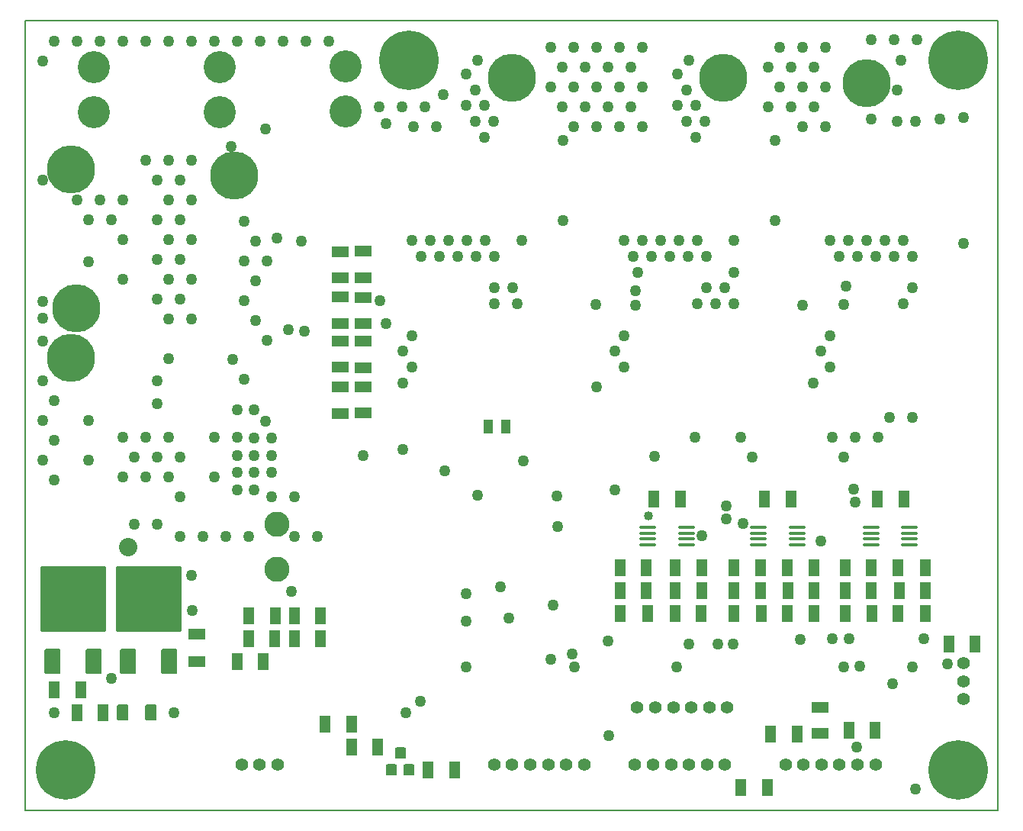
<source format=gbr>
G04 PROTEUS GERBER X2 FILE*
%TF.GenerationSoftware,Labcenter,Proteus,8.7-SP3-Build25561*%
%TF.CreationDate,2021-07-01T20:15:02+00:00*%
%TF.FileFunction,Soldermask,Bot*%
%TF.FilePolarity,Negative*%
%TF.Part,Single*%
%TF.SameCoordinates,{0ff4b75a-929f-468c-805a-ac40d57636d7}*%
%FSLAX45Y45*%
%MOMM*%
G01*
%TA.AperFunction,Material*%
%ADD51C,1.270000*%
%ADD52C,2.032000*%
%ADD53C,1.016000*%
%TA.AperFunction,Material*%
%ADD56C,5.334000*%
%AMPPAD071*
4,1,4,
-0.901700,0.571500,
-0.901700,-0.571500,
0.901700,-0.571500,
0.901700,0.571500,
-0.901700,0.571500,
0*%
%TA.AperFunction,Material*%
%ADD81PPAD071*%
%AMPPAD072*
4,1,36,
3.492500,3.619500,
-3.492500,3.619500,
-3.518470,3.616970,
-3.542480,3.609700,
-3.564080,3.598150,
-3.582790,3.582790,
-3.598150,3.564070,
-3.609700,3.542480,
-3.616970,3.518470,
-3.619500,3.492500,
-3.619500,-3.492500,
-3.616970,-3.518470,
-3.609700,-3.542480,
-3.598150,-3.564070,
-3.582790,-3.582790,
-3.564080,-3.598150,
-3.542480,-3.609700,
-3.518470,-3.616970,
-3.492500,-3.619500,
3.492500,-3.619500,
3.518470,-3.616970,
3.542480,-3.609700,
3.564080,-3.598150,
3.582790,-3.582790,
3.598150,-3.564070,
3.609700,-3.542480,
3.616970,-3.518470,
3.619500,-3.492500,
3.619500,3.492500,
3.616970,3.518470,
3.609700,3.542480,
3.598150,3.564070,
3.582790,3.582790,
3.564080,3.598150,
3.542480,3.609700,
3.518470,3.616970,
3.492500,3.619500,
0*%
%TA.AperFunction,Material*%
%ADD82PPAD072*%
%AMPPAD073*
4,1,36,
0.762000,1.397000,
-0.762000,1.397000,
-0.787970,1.394470,
-0.811980,1.387200,
-0.833580,1.375650,
-0.852290,1.360290,
-0.867650,1.341570,
-0.879200,1.319980,
-0.886470,1.295970,
-0.889000,1.270000,
-0.889000,-1.270000,
-0.886470,-1.295970,
-0.879200,-1.319980,
-0.867650,-1.341570,
-0.852290,-1.360290,
-0.833580,-1.375650,
-0.811980,-1.387200,
-0.787970,-1.394470,
-0.762000,-1.397000,
0.762000,-1.397000,
0.787970,-1.394470,
0.811980,-1.387200,
0.833580,-1.375650,
0.852290,-1.360290,
0.867650,-1.341570,
0.879200,-1.319980,
0.886470,-1.295970,
0.889000,-1.270000,
0.889000,1.270000,
0.886470,1.295970,
0.879200,1.319980,
0.867650,1.341570,
0.852290,1.360290,
0.833580,1.375650,
0.811980,1.387200,
0.787970,1.394470,
0.762000,1.397000,
0*%
%ADD83PPAD073*%
%AMPPAD074*
4,1,4,
0.571500,0.901700,
-0.571500,0.901700,
-0.571500,-0.901700,
0.571500,-0.901700,
0.571500,0.901700,
0*%
%TA.AperFunction,Material*%
%ADD84PPAD074*%
%AMPPAD075*
4,1,36,
0.901700,-0.025400,
0.901700,0.025400,
0.898160,0.061750,
0.887980,0.095370,
0.871810,0.125600,
0.850300,0.151800,
0.824110,0.173310,
0.793870,0.189480,
0.760250,0.199660,
0.723900,0.203200,
-0.723900,0.203200,
-0.760250,0.199660,
-0.793870,0.189480,
-0.824110,0.173310,
-0.850300,0.151800,
-0.871810,0.125600,
-0.887980,0.095370,
-0.898160,0.061750,
-0.901700,0.025400,
-0.901700,-0.025400,
-0.898160,-0.061750,
-0.887980,-0.095370,
-0.871810,-0.125600,
-0.850300,-0.151800,
-0.824110,-0.173310,
-0.793870,-0.189480,
-0.760250,-0.199660,
-0.723900,-0.203200,
0.723900,-0.203200,
0.760250,-0.199660,
0.793870,-0.189480,
0.824110,-0.173310,
0.850300,-0.151800,
0.871810,-0.125600,
0.887980,-0.095370,
0.898160,-0.061750,
0.901700,-0.025400,
0*%
%TA.AperFunction,Material*%
%ADD85PPAD075*%
%AMPPAD076*
4,1,36,
-0.508000,-0.889000,
0.508000,-0.889000,
0.533970,-0.886470,
0.557980,-0.879200,
0.579580,-0.867650,
0.598290,-0.852290,
0.613650,-0.833570,
0.625200,-0.811980,
0.632470,-0.787970,
0.635000,-0.762000,
0.635000,0.762000,
0.632470,0.787970,
0.625200,0.811980,
0.613650,0.833570,
0.598290,0.852290,
0.579580,0.867650,
0.557980,0.879200,
0.533970,0.886470,
0.508000,0.889000,
-0.508000,0.889000,
-0.533970,0.886470,
-0.557980,0.879200,
-0.579580,0.867650,
-0.598290,0.852290,
-0.613650,0.833570,
-0.625200,0.811980,
-0.632470,0.787970,
-0.635000,0.762000,
-0.635000,-0.762000,
-0.632470,-0.787970,
-0.625200,-0.811980,
-0.613650,-0.833570,
-0.598290,-0.852290,
-0.579580,-0.867650,
-0.557980,-0.879200,
-0.533970,-0.886470,
-0.508000,-0.889000,
0*%
%TA.AperFunction,Material*%
%ADD86PPAD076*%
%TA.AperFunction,Material*%
%ADD75C,1.397000*%
%TA.AperFunction,Material*%
%ADD76C,3.556000*%
%TA.AperFunction,Material*%
%ADD77C,6.604000*%
%TA.AperFunction,Material*%
%ADD78C,2.794000*%
%AMPPAD077*
4,1,4,
-0.469900,-0.723900,
0.469900,-0.723900,
0.469900,0.723900,
-0.469900,0.723900,
-0.469900,-0.723900,
0*%
%ADD87PPAD077*%
%AMPPAD078*
4,1,36,
-0.444500,-0.635000,
0.444500,-0.635000,
0.470470,-0.632470,
0.494480,-0.625200,
0.516080,-0.613650,
0.534790,-0.598290,
0.550150,-0.579570,
0.561700,-0.557980,
0.568970,-0.533970,
0.571500,-0.508000,
0.571500,0.508000,
0.568970,0.533970,
0.561700,0.557980,
0.550150,0.579570,
0.534790,0.598290,
0.516080,0.613650,
0.494480,0.625200,
0.470470,0.632470,
0.444500,0.635000,
-0.444500,0.635000,
-0.470470,0.632470,
-0.494480,0.625200,
-0.516080,0.613650,
-0.534790,0.598290,
-0.550150,0.579570,
-0.561700,0.557980,
-0.568970,0.533970,
-0.571500,0.508000,
-0.571500,-0.508000,
-0.568970,-0.533970,
-0.561700,-0.557980,
-0.550150,-0.579570,
-0.534790,-0.598290,
-0.516080,-0.613650,
-0.494480,-0.625200,
-0.470470,-0.632470,
-0.444500,-0.635000,
0*%
%TA.AperFunction,Material*%
%ADD88PPAD078*%
%TA.AperFunction,Profile*%
%ADD39C,0.203200*%
%TD.AperFunction*%
D51*
X+3225800Y+1174750D03*
X+3479800Y+1174750D03*
X+5257800Y+1174750D03*
X+5511800Y+1174750D03*
X+5765800Y+1174750D03*
X+7543800Y+1174750D03*
X+7797800Y+1174750D03*
X+3098800Y+1394720D03*
X+3352800Y+1394720D03*
X+4876800Y+1394720D03*
X+5130800Y+1394720D03*
X+5384800Y+1394720D03*
X+5638800Y+1394720D03*
X+7162800Y+1394720D03*
X+7416800Y+1394720D03*
X+7670800Y+1394720D03*
X+4749800Y+1614690D03*
X+5003800Y+1614690D03*
X+5257800Y+1614690D03*
X+5511800Y+1614690D03*
X+5765800Y+1614690D03*
X+7289800Y+1614690D03*
X+7543800Y+1614690D03*
X+7797800Y+1614690D03*
X+4876800Y+1834660D03*
X+5130800Y+1834660D03*
X+5384800Y+1834660D03*
X+5638800Y+1834660D03*
X+7162800Y+1834660D03*
X+7416800Y+1834660D03*
X+7670800Y+1834660D03*
X+4749800Y+2054630D03*
X+5003800Y+2054630D03*
X+5257800Y+2054630D03*
X+5511800Y+2054630D03*
X+5765800Y+2054630D03*
X+7289800Y+2054630D03*
X+7543800Y+2054630D03*
X+7797800Y+2054630D03*
X+5562600Y-1497654D03*
X+5461000Y-1321678D03*
X+5562600Y-1145702D03*
X+5715000Y-444500D03*
X+5689600Y-812800D03*
X+5689600Y-647700D03*
X+6375400Y-793750D03*
X+6578600Y-793750D03*
X+6781800Y-793750D03*
X+6477000Y-617774D03*
X+6680200Y-617774D03*
X+6781800Y-441798D03*
X+5664200Y-265822D03*
X+5867400Y-265822D03*
X+6070600Y-265822D03*
X+6273800Y-265822D03*
X+6477000Y-265822D03*
X+5562600Y-89846D03*
X+5765800Y-89846D03*
X+5969000Y-89846D03*
X+6172200Y-89846D03*
X+6375400Y-89846D03*
X+6781800Y-89846D03*
X+7848600Y-1497654D03*
X+7747000Y-1321678D03*
X+7848600Y-1145702D03*
X+8001000Y-800100D03*
X+8026400Y-596900D03*
X+8661400Y-793750D03*
X+8763000Y-617774D03*
X+7950200Y-265822D03*
X+8153400Y-265822D03*
X+8356600Y-265822D03*
X+8559800Y-265822D03*
X+8763000Y-265822D03*
X+7848600Y-89846D03*
X+8051800Y-89846D03*
X+8255000Y-89846D03*
X+8458200Y-89846D03*
X+8661400Y-89846D03*
X+3213100Y-1497654D03*
X+3111500Y-1321678D03*
X+3213100Y-1145702D03*
X+4127500Y-617774D03*
X+4330700Y-617774D03*
X+3314700Y-265822D03*
X+3517900Y-265822D03*
X+3721100Y-265822D03*
X+3924300Y-265822D03*
X+4127500Y-265822D03*
X+3213100Y-89846D03*
X+3416300Y-89846D03*
X+3619500Y-89846D03*
X+3822700Y-89846D03*
X+4025900Y-89846D03*
X+4432300Y-89846D03*
X+4013200Y+1052310D03*
X+3911600Y+1228286D03*
X+4114800Y+1228286D03*
X+3810000Y+1404262D03*
X+4013200Y+1404262D03*
X+3911600Y+1580238D03*
X+3810000Y+1756214D03*
X+3937000Y+1905000D03*
X+8597900Y+1228286D03*
X+8801100Y+1228286D03*
X+8597900Y+1580238D03*
X+8636000Y+1905000D03*
X+6363969Y+1052310D03*
X+6262369Y+1228286D03*
X+6465569Y+1228286D03*
X+6160769Y+1404262D03*
X+6363969Y+1404262D03*
X+6262369Y+1580238D03*
X+6160769Y+1756214D03*
X+6286500Y+1905000D03*
X+7747000Y-3429000D03*
X+6428649Y-3363510D03*
X+3111500Y-1673630D03*
X+4127500Y-793750D03*
X+4381500Y-793750D03*
X+5003800Y+1174750D03*
X-127000Y-4953000D03*
D52*
X+63500Y-3492500D03*
D51*
X+1870921Y-3983646D03*
X+1599186Y-1195100D03*
X+1472186Y-975130D03*
X+1345186Y-755160D03*
X+1472186Y-535190D03*
X+1345186Y-315220D03*
X+1599186Y-315220D03*
X+1472186Y-95250D03*
X+1345186Y+124720D03*
X+1714500Y-63500D03*
X+1206500Y+952500D03*
X+1587500Y+1143000D03*
X-762000Y-2746780D03*
X-889000Y-2526810D03*
X-762000Y-2306840D03*
X-889000Y-2086870D03*
X-381000Y-2086870D03*
X-762000Y-1866900D03*
X-889000Y-1646930D03*
X-889000Y-1206990D03*
X-889000Y-952500D03*
X-889000Y-767050D03*
X-381000Y-327110D03*
X+2844800Y+1394720D03*
X+8305800Y+1257545D03*
X+9067800Y+1257545D03*
X+8305800Y+2137425D03*
X+8559800Y+2137425D03*
X+8813800Y+2137425D03*
D53*
X+5837110Y-3144357D03*
D51*
X+2921000Y+1206500D03*
X+4889500Y+1016000D03*
X+4889500Y+127000D03*
X+2857500Y-762000D03*
X+9334500Y-127000D03*
X+9334500Y+1270000D03*
X+7239000Y+1016000D03*
X+7239000Y+127000D03*
X+5461000Y-2857500D03*
X+4191000Y-3937000D03*
X+6286500Y-4572000D03*
X+6604000Y-4572000D03*
X+7519052Y-4519896D03*
X+7874000Y-4508500D03*
X+3811743Y-4009908D03*
X+3810000Y-4318000D03*
X+2921000Y-1016000D03*
X+635000Y-3378275D03*
X+889000Y-3378275D03*
X+1143000Y-3378275D03*
X+1397000Y-3378275D03*
X+1905000Y-3378275D03*
X+2159000Y-3378275D03*
X+127000Y-3238500D03*
X+381000Y-3238500D03*
X+1651000Y-2667000D03*
X+1651000Y-2286000D03*
X+1460500Y-2476500D03*
X+0Y-2718365D03*
X+508000Y-2718365D03*
X+1460500Y-2857500D03*
X+1460500Y-2667000D03*
X+1651000Y-2476500D03*
X+381000Y-2498395D03*
X+381000Y-1651000D03*
X+1270000Y-2476500D03*
X+1270000Y-2667000D03*
X+3111500Y-2413000D03*
X+4445000Y-2540000D03*
X+6985000Y-2498395D03*
X+0Y-2278425D03*
X+254000Y-2278425D03*
X+508000Y-2278425D03*
X+1016000Y-2278425D03*
X+1270000Y-2278425D03*
X+1270000Y-2857500D03*
X+1270000Y-1968500D03*
X+1460500Y-1968500D03*
X+1460500Y-2286000D03*
X+6858000Y-2278425D03*
X+381000Y-1905000D03*
X+1587500Y-2095500D03*
X+508000Y-1398545D03*
X+508000Y-958605D03*
X+762000Y-958605D03*
X+381000Y-738635D03*
X+635000Y-738635D03*
X+0Y-518665D03*
X+508000Y-518665D03*
X+762000Y-518665D03*
X+381000Y-298695D03*
X+635000Y-298695D03*
X+0Y-78725D03*
X+508000Y-78725D03*
X+762000Y-78725D03*
X-381000Y+141245D03*
X-127000Y+141245D03*
X+381000Y+141245D03*
X+635000Y+141245D03*
X-508000Y+361215D03*
X-254000Y+361215D03*
X+0Y+361215D03*
X+508000Y+361215D03*
X+762000Y+361215D03*
X-889000Y+581185D03*
X+381000Y+581185D03*
X+635000Y+581185D03*
X+254000Y+801155D03*
X+508000Y+801155D03*
X+762000Y+801155D03*
X-889000Y+1901005D03*
X-762000Y+2120975D03*
X-508000Y+2120975D03*
X-254000Y+2120975D03*
X+0Y+2120975D03*
X+254000Y+2120975D03*
X+508000Y+2120975D03*
X+762000Y+2120975D03*
X+1016000Y+2120975D03*
X+1270000Y+2120975D03*
X+1524000Y+2120975D03*
X+1778000Y+2120975D03*
X+2032000Y+2120975D03*
X+2286000Y+2120975D03*
X+5384021Y-4535575D03*
X-762000Y-5334000D03*
X+4283159Y-4283011D03*
X+4826045Y-3267760D03*
X+3937000Y-2921000D03*
X+8179340Y-4812956D03*
X+8546457Y-5012353D03*
X+8763000Y-4826000D03*
X+8890000Y-4508500D03*
X+9152534Y-4790567D03*
X+8144101Y-5716084D03*
X+8802625Y-6177544D03*
X+6153231Y-4826944D03*
X+6778656Y-4571579D03*
X+8064500Y-4508500D03*
X+8001000Y-4826000D03*
X+5397500Y-5588000D03*
X+4775444Y-4133215D03*
X+4754453Y-4741974D03*
X+3810000Y-4826000D03*
X+4993399Y-4680922D03*
X+5016500Y-4826000D03*
X+3302000Y-5207000D03*
X+3145817Y-5333103D03*
X+2667000Y-2476500D03*
X+1841500Y-1079500D03*
X+2014205Y-1094840D03*
X+571500Y-5334000D03*
X+772975Y-4198785D03*
X+3556000Y+1524000D03*
X+762000Y-3810000D03*
X+3576345Y-2643122D03*
X+7543800Y-812800D03*
X+8127850Y-2993866D03*
X+8118219Y-2853714D03*
X+4818888Y-2925288D03*
X+5249412Y-804176D03*
X+6696244Y-3035770D03*
X+5257800Y-1714500D03*
X+5905500Y-2489200D03*
X+6883138Y-3230089D03*
X+6698805Y-3180794D03*
X+7664736Y-1676863D03*
X-381000Y-2526810D03*
X+635000Y-2938335D03*
X+1651000Y-2938335D03*
X+1905000Y-2938335D03*
X+254000Y-2718365D03*
X+1016000Y-2718365D03*
X+127000Y-2498395D03*
X+635000Y-2498395D03*
X+8001000Y-2498395D03*
X+6350000Y-2278425D03*
X+7874000Y-2278425D03*
X+8128000Y-2278425D03*
X+8382000Y-2278425D03*
X+8509000Y-2058455D03*
X+8763000Y-2058455D03*
X+1345186Y-1635040D03*
X+1218186Y-1415070D03*
X+1980186Y-95250D03*
D56*
X+4318000Y+1714500D03*
X+6667500Y+1714500D03*
X+8255000Y+1651000D03*
D81*
X+2413000Y-716000D03*
X+2413000Y-1016000D03*
X+2413000Y-218000D03*
X+2413000Y-508000D03*
X+2667000Y-208000D03*
X+2667000Y-508000D03*
X+2667000Y-726000D03*
X+2667000Y-1016000D03*
D82*
X-546100Y-4071620D03*
D83*
X-317500Y-4762500D03*
X-774700Y-4762500D03*
D82*
X+292100Y-4071620D03*
D83*
X+520700Y-4762500D03*
X+63500Y-4762500D03*
D56*
X-571500Y+698500D03*
X-571500Y-1397000D03*
D84*
X-462000Y-5080000D03*
X-762000Y-5080000D03*
D81*
X+825500Y-4762500D03*
X+825500Y-4462500D03*
X+2667000Y-1206500D03*
X+2667000Y-1506500D03*
X+2413000Y-1714500D03*
X+2413000Y-2014500D03*
X+2667000Y-1714500D03*
X+2667000Y-2004500D03*
X+2413000Y-1206500D03*
X+2413000Y-1496500D03*
D85*
X+6259000Y-3273402D03*
X+6259000Y-3338402D03*
X+6259000Y-3403402D03*
X+6259000Y-3468402D03*
X+5829000Y-3468402D03*
X+5829000Y-3403402D03*
X+5829000Y-3338402D03*
X+5829000Y-3273402D03*
X+7486107Y-3273033D03*
X+7486107Y-3338033D03*
X+7486107Y-3403033D03*
X+7486107Y-3468033D03*
X+7056107Y-3468033D03*
X+7056107Y-3403033D03*
X+7056107Y-3338033D03*
X+7056107Y-3273033D03*
X+8735869Y-3274533D03*
X+8735869Y-3339533D03*
X+8735869Y-3404533D03*
X+8735869Y-3469533D03*
X+8305869Y-3469533D03*
X+8305869Y-3404533D03*
X+8305869Y-3339533D03*
X+8305869Y-3274533D03*
D84*
X+6195500Y-2957402D03*
X+5895500Y-2957402D03*
X+7422607Y-2957033D03*
X+7122607Y-2957033D03*
X+8672369Y-2958533D03*
X+8372369Y-2958533D03*
X+6432000Y-3719402D03*
X+6132000Y-3719402D03*
X+7676607Y-3719033D03*
X+7376607Y-3719033D03*
X+8908869Y-3719033D03*
X+8608869Y-3719033D03*
X+6432000Y-3973402D03*
X+6132000Y-3973402D03*
X+5824500Y-4227402D03*
X+5524500Y-4227402D03*
X+5524500Y-3719402D03*
X+5814500Y-3719402D03*
X+6422000Y-4227402D03*
X+6132000Y-4227402D03*
X+5814500Y-3973402D03*
X+5524500Y-3973402D03*
X+6787607Y-3719033D03*
X+7077607Y-3719033D03*
X+7676607Y-3973033D03*
X+7386607Y-3973033D03*
X+7077607Y-3973033D03*
X+6787607Y-3973033D03*
X+8019869Y-3719033D03*
X+8309869Y-3719033D03*
X+8908869Y-3973033D03*
X+8618869Y-3973033D03*
X+8309869Y-3973033D03*
X+8019869Y-3973033D03*
X+7087607Y-4227033D03*
X+6787607Y-4227033D03*
X+7676607Y-4227033D03*
X+7376607Y-4227033D03*
X+8319869Y-4227033D03*
X+8019869Y-4227033D03*
X+8908869Y-4227033D03*
X+8608869Y-4227033D03*
X+7158000Y-6159500D03*
X+6858000Y-6159500D03*
X+1697000Y-4254500D03*
X+1397000Y-4254500D03*
D86*
X+0Y-5334000D03*
X+314960Y-5334000D03*
D75*
X+9334500Y-5181500D03*
X+9334500Y-4981500D03*
X+9334500Y-4781500D03*
D84*
X+8064500Y-5524500D03*
X+8354500Y-5524500D03*
X+7193500Y-5570499D03*
X+7483500Y-5570499D03*
D81*
X+7737500Y-5560500D03*
X+7737500Y-5270500D03*
D84*
X+9171500Y-4572000D03*
X+9461500Y-4572000D03*
X-218000Y-5334000D03*
X-508000Y-5334000D03*
X+1905000Y-4508500D03*
X+2195000Y-4508500D03*
X+1905000Y-4254500D03*
X+2195000Y-4254500D03*
X+1397000Y-4508500D03*
X+1687000Y-4508500D03*
X+1560000Y-4762500D03*
X+1270000Y-4762500D03*
D75*
X+8356500Y-5905500D03*
X+8156500Y-5905500D03*
X+7956500Y-5905500D03*
X+7756500Y-5905500D03*
X+7556500Y-5905500D03*
X+7356500Y-5905500D03*
D56*
X-510798Y-841109D03*
X+1240380Y+628303D03*
D76*
X+1079500Y+1333500D03*
X+1079500Y+1833500D03*
X-317500Y+1333500D03*
X-317500Y+1833500D03*
X+2476500Y+1337500D03*
X+2476500Y+1837500D03*
D77*
X+9271000Y+1905000D03*
X+3175000Y+1905000D03*
X+9271000Y-5969000D03*
X-635000Y-5969000D03*
D75*
X+4124500Y-5905500D03*
X+4324500Y-5905500D03*
X+4524500Y-5905500D03*
X+4724500Y-5905500D03*
X+4924500Y-5905500D03*
X+5124500Y-5905500D03*
X+5686500Y-5905500D03*
X+5886500Y-5905500D03*
X+6086500Y-5905500D03*
X+6286500Y-5905500D03*
X+6486500Y-5905500D03*
X+6686500Y-5905500D03*
X+5712000Y-5270500D03*
X+5912000Y-5270500D03*
X+6112000Y-5270500D03*
X+6312000Y-5270500D03*
X+6512000Y-5270500D03*
X+6712000Y-5270500D03*
X+1722731Y-5905500D03*
X+1522731Y-5905500D03*
X+1322731Y-5905500D03*
D78*
X+1714500Y-3738500D03*
X+1714500Y-3238500D03*
D87*
X+4054500Y-2159000D03*
X+4254500Y-2159000D03*
D84*
X+2540000Y-5461000D03*
X+2250000Y-5461000D03*
X+3393000Y-5969000D03*
X+3683000Y-5969000D03*
X+2830000Y-5715000D03*
X+2540000Y-5715000D03*
D88*
X+3081020Y-5778500D03*
X+3175000Y-5969000D03*
X+2987040Y-5969000D03*
D39*
X-1079500Y-6413500D02*
X+9715500Y-6413500D01*
X+9715500Y+2349500D01*
X-1079500Y+2349500D01*
X-1079500Y-6413500D01*
M02*

</source>
